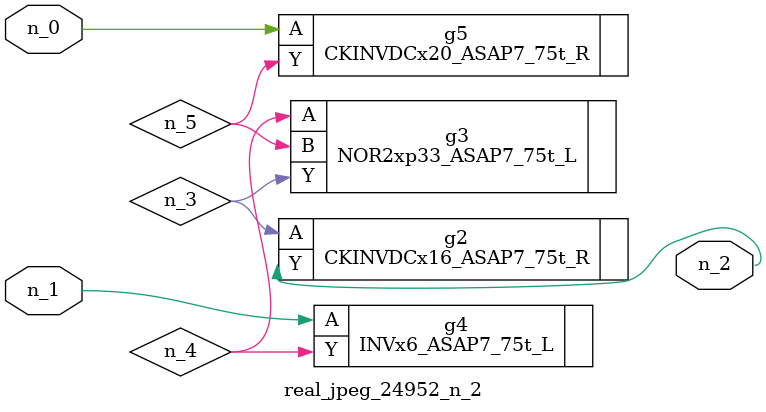
<source format=v>
module real_jpeg_24952_n_2 (n_1, n_0, n_2);

input n_1;
input n_0;

output n_2;

wire n_5;
wire n_4;
wire n_3;

CKINVDCx20_ASAP7_75t_R g5 ( 
.A(n_0),
.Y(n_5)
);

INVx6_ASAP7_75t_L g4 ( 
.A(n_1),
.Y(n_4)
);

CKINVDCx16_ASAP7_75t_R g2 ( 
.A(n_3),
.Y(n_2)
);

NOR2xp33_ASAP7_75t_L g3 ( 
.A(n_4),
.B(n_5),
.Y(n_3)
);


endmodule
</source>
